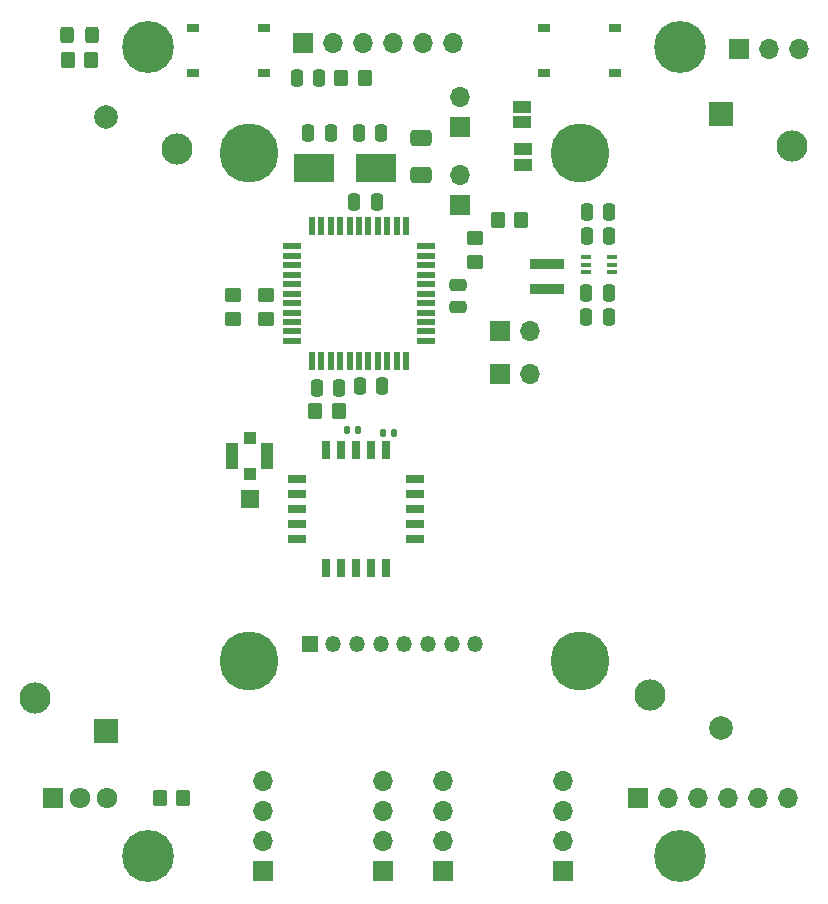
<source format=gbr>
%TF.GenerationSoftware,KiCad,Pcbnew,6.0.11-2627ca5db0~126~ubuntu22.04.1*%
%TF.CreationDate,2023-09-13T16:44:58+02:00*%
%TF.ProjectId,HB-UNI-SEN-BATT_ATMega1284P_E07-900MM10S_FUEL4EP,48422d55-4e49-42d5-9345-4e2d42415454,1.4*%
%TF.SameCoordinates,Original*%
%TF.FileFunction,Soldermask,Top*%
%TF.FilePolarity,Negative*%
%FSLAX46Y46*%
G04 Gerber Fmt 4.6, Leading zero omitted, Abs format (unit mm)*
G04 Created by KiCad (PCBNEW 6.0.11-2627ca5db0~126~ubuntu22.04.1) date 2023-09-13 16:44:58*
%MOMM*%
%LPD*%
G01*
G04 APERTURE LIST*
G04 Aperture macros list*
%AMRoundRect*
0 Rectangle with rounded corners*
0 $1 Rounding radius*
0 $2 $3 $4 $5 $6 $7 $8 $9 X,Y pos of 4 corners*
0 Add a 4 corners polygon primitive as box body*
4,1,4,$2,$3,$4,$5,$6,$7,$8,$9,$2,$3,0*
0 Add four circle primitives for the rounded corners*
1,1,$1+$1,$2,$3*
1,1,$1+$1,$4,$5*
1,1,$1+$1,$6,$7*
1,1,$1+$1,$8,$9*
0 Add four rect primitives between the rounded corners*
20,1,$1+$1,$2,$3,$4,$5,0*
20,1,$1+$1,$4,$5,$6,$7,0*
20,1,$1+$1,$6,$7,$8,$9,0*
20,1,$1+$1,$8,$9,$2,$3,0*%
G04 Aperture macros list end*
%ADD10RoundRect,0.250000X-0.325000X-0.450000X0.325000X-0.450000X0.325000X0.450000X-0.325000X0.450000X0*%
%ADD11R,1.700000X1.700000*%
%ADD12O,1.700000X1.700000*%
%ADD13RoundRect,0.140000X-0.140000X-0.170000X0.140000X-0.170000X0.140000X0.170000X-0.140000X0.170000X0*%
%ADD14RoundRect,0.250000X-0.450000X0.350000X-0.450000X-0.350000X0.450000X-0.350000X0.450000X0.350000X0*%
%ADD15RoundRect,0.250000X-0.350000X-0.450000X0.350000X-0.450000X0.350000X0.450000X-0.350000X0.450000X0*%
%ADD16RoundRect,0.250000X0.350000X0.450000X-0.350000X0.450000X-0.350000X-0.450000X0.350000X-0.450000X0*%
%ADD17R,1.717500X1.800000*%
%ADD18O,1.717500X1.800000*%
%ADD19R,0.800000X1.500000*%
%ADD20R,1.500000X0.800000*%
%ADD21R,1.500000X1.000000*%
%ADD22C,0.700000*%
%ADD23C,4.400000*%
%ADD24C,2.640000*%
%ADD25R,2.000000X2.000000*%
%ADD26C,2.000000*%
%ADD27RoundRect,0.250000X0.250000X0.475000X-0.250000X0.475000X-0.250000X-0.475000X0.250000X-0.475000X0*%
%ADD28RoundRect,0.250000X-0.250000X-0.475000X0.250000X-0.475000X0.250000X0.475000X-0.250000X0.475000X0*%
%ADD29R,3.500000X2.400000*%
%ADD30RoundRect,0.250000X0.650000X-0.412500X0.650000X0.412500X-0.650000X0.412500X-0.650000X-0.412500X0*%
%ADD31R,1.000000X0.750000*%
%ADD32R,1.350000X1.350000*%
%ADD33O,1.350000X1.350000*%
%ADD34R,3.000000X0.900000*%
%ADD35R,0.900000X0.400000*%
%ADD36RoundRect,0.250000X0.450000X-0.350000X0.450000X0.350000X-0.450000X0.350000X-0.450000X-0.350000X0*%
%ADD37R,0.550000X1.500000*%
%ADD38R,1.500000X0.550000*%
%ADD39RoundRect,0.250000X0.475000X-0.250000X0.475000X0.250000X-0.475000X0.250000X-0.475000X-0.250000X0*%
%ADD40C,5.000000*%
%ADD41RoundRect,0.140000X0.140000X0.170000X-0.140000X0.170000X-0.140000X-0.170000X0.140000X-0.170000X0*%
%ADD42RoundRect,0.250000X-0.550000X-0.550000X0.550000X-0.550000X0.550000X0.550000X-0.550000X0.550000X0*%
%ADD43R,1.000000X1.000000*%
%ADD44R,1.050000X2.200000*%
G04 APERTURE END LIST*
D10*
%TO.C,D1*%
X8138500Y72799500D03*
X10188500Y72799500D03*
%TD*%
D11*
%TO.C,J7*%
X34890000Y1997000D03*
D12*
X34890000Y4537000D03*
X34890000Y7077000D03*
X34890000Y9617000D03*
%TD*%
D11*
%TO.C,J3*%
X44796000Y44097500D03*
D12*
X47336000Y44097500D03*
%TD*%
D11*
%TO.C,J4*%
X44796000Y47780500D03*
D12*
X47336000Y47780500D03*
%TD*%
D11*
%TO.C,J5*%
X56480000Y8220000D03*
D12*
X59020000Y8220000D03*
X61560000Y8220000D03*
X64100000Y8220000D03*
X66640000Y8220000D03*
X69180000Y8220000D03*
%TD*%
D13*
%TO.C,C1*%
X31778000Y39370000D03*
X32738000Y39370000D03*
%TD*%
D14*
%TO.C,R4*%
X22190000Y50749000D03*
X22190000Y48749000D03*
%TD*%
%TO.C,R5*%
X24984000Y50765000D03*
X24984000Y48765000D03*
%TD*%
D15*
%TO.C,R1*%
X8172500Y70704000D03*
X10172500Y70704000D03*
%TD*%
D16*
%TO.C,R3*%
X17941600Y8181900D03*
X15941600Y8181900D03*
%TD*%
D17*
%TO.C,Q1*%
X6950000Y8220000D03*
D18*
X9240000Y8220000D03*
X11530000Y8220000D03*
%TD*%
D11*
%TO.C,J10*%
X64989000Y71656500D03*
D12*
X67529000Y71656500D03*
X70069000Y71656500D03*
%TD*%
D19*
%TO.C,Module1*%
X35102800Y27689800D03*
D20*
X27562800Y35229800D03*
D19*
X35102800Y37689800D03*
D20*
X37562800Y35229800D03*
D19*
X33832800Y27689800D03*
D20*
X27562800Y33959800D03*
D19*
X33832800Y37689800D03*
D20*
X37562800Y33959800D03*
D19*
X32562800Y27689800D03*
D20*
X27562800Y32689800D03*
D19*
X32562800Y37689800D03*
D20*
X37562800Y32689800D03*
D19*
X31292800Y27689800D03*
D20*
X27562800Y31419800D03*
D19*
X31292800Y37689800D03*
D20*
X37562800Y31419800D03*
D19*
X30022800Y27689800D03*
D20*
X27562800Y30149800D03*
D19*
X30022800Y37689800D03*
D20*
X37562800Y30149800D03*
%TD*%
D21*
%TO.C,JP2*%
X46637500Y66718500D03*
X46637500Y65418500D03*
%TD*%
D11*
%TO.C,J8*%
X39970000Y1997000D03*
D12*
X39970000Y4537000D03*
X39970000Y7077000D03*
X39970000Y9617000D03*
%TD*%
D22*
%TO.C,H2*%
X61272800Y70477200D03*
X58727200Y70477200D03*
X60000000Y69950000D03*
X58200000Y71750000D03*
X61800000Y71750000D03*
X60000000Y73550000D03*
X58727200Y73022800D03*
X61272800Y73022800D03*
D23*
X60000000Y71750000D03*
%TD*%
D22*
%TO.C,H4*%
X60000000Y1450000D03*
X58727200Y4522800D03*
X61272800Y1977200D03*
X61800000Y3250000D03*
D23*
X60000000Y3250000D03*
D22*
X58727200Y1977200D03*
X60000000Y5050000D03*
X58200000Y3250000D03*
X61272800Y4522800D03*
%TD*%
%TO.C,H1*%
X13727200Y70477200D03*
D23*
X15000000Y71750000D03*
D22*
X16272800Y73022800D03*
X13200000Y71750000D03*
X15000000Y73550000D03*
X16800000Y71750000D03*
X16272800Y70477200D03*
X15000000Y69950000D03*
X13727200Y73022800D03*
%TD*%
D23*
%TO.C,H3*%
X15000000Y3250000D03*
D22*
X13200000Y3250000D03*
X13727200Y1977200D03*
X16272800Y4522800D03*
X16800000Y3250000D03*
X15000000Y1450000D03*
X16272800Y1977200D03*
X15000000Y5050000D03*
X13727200Y4522800D03*
%TD*%
D24*
%TO.C,BT2*%
X17415000Y63130000D03*
X5425000Y16650000D03*
D25*
X11420000Y13900000D03*
D26*
X11420000Y65890000D03*
%TD*%
D27*
%TO.C,C2*%
X31168900Y42950000D03*
X29268900Y42950000D03*
%TD*%
%TO.C,C4*%
X34316000Y58639000D03*
X32416000Y58639000D03*
%TD*%
D28*
%TO.C,C6*%
X28542500Y64481000D03*
X30442500Y64481000D03*
%TD*%
D27*
%TO.C,C8*%
X34801100Y43106900D03*
X32901100Y43106900D03*
%TD*%
D11*
%TO.C,J12*%
X28070100Y72139100D03*
D12*
X30610100Y72139100D03*
X33150100Y72139100D03*
X35690100Y72139100D03*
X38230100Y72139100D03*
X40770100Y72139100D03*
%TD*%
D16*
%TO.C,R2*%
X33315200Y69129200D03*
X31315200Y69129200D03*
%TD*%
%TO.C,R6*%
X31143500Y41000000D03*
X29143500Y41000000D03*
%TD*%
D29*
%TO.C,Y1*%
X29051500Y61560000D03*
X34251500Y61560000D03*
%TD*%
D30*
%TO.C,C5*%
X38065000Y60962300D03*
X38065000Y64087300D03*
%TD*%
D31*
%TO.C,SW2*%
X48500000Y73375000D03*
X54500000Y73375000D03*
X48500000Y69625000D03*
X54500000Y69625000D03*
%TD*%
%TO.C,SW1*%
X24800000Y69625000D03*
X18800000Y69625000D03*
X24800000Y73375000D03*
X18800000Y73375000D03*
%TD*%
D24*
%TO.C,BT1*%
X57495000Y16910000D03*
X69485000Y63390000D03*
D25*
X63490000Y66140000D03*
D26*
X63490000Y14150000D03*
%TD*%
D32*
%TO.C,J11*%
X28667000Y21250000D03*
D33*
X30667000Y21250000D03*
X32667000Y21250000D03*
X34667000Y21250000D03*
X36667000Y21250000D03*
X38667000Y21250000D03*
X40667000Y21250000D03*
X42667000Y21250000D03*
%TD*%
D28*
%TO.C,C11*%
X52080680Y48946360D03*
X53980680Y48946360D03*
%TD*%
%TO.C,C12*%
X52101000Y55789120D03*
X54001000Y55789120D03*
%TD*%
%TO.C,C13*%
X52101000Y57795720D03*
X54001000Y57795720D03*
%TD*%
D21*
%TO.C,JP3*%
X46688300Y61811700D03*
X46688300Y63111700D03*
%TD*%
D34*
%TO.C,L1*%
X48733000Y51316000D03*
X48733000Y53416000D03*
%TD*%
D35*
%TO.C,U2*%
X54214500Y52718500D03*
X54214500Y53368500D03*
X54214500Y54018500D03*
X52014500Y54018500D03*
X52014500Y53368500D03*
X52014500Y52718500D03*
%TD*%
D16*
%TO.C,R8*%
X46558000Y57115000D03*
X44558000Y57115000D03*
%TD*%
D36*
%TO.C,R7*%
X42616680Y53615640D03*
X42616680Y55615640D03*
%TD*%
D11*
%TO.C,J1*%
X41400000Y64989000D03*
D12*
X41400000Y67529000D03*
%TD*%
D11*
%TO.C,J6*%
X24730000Y2000000D03*
D12*
X24730000Y4540000D03*
X24730000Y7080000D03*
X24730000Y9620000D03*
%TD*%
D28*
%TO.C,C10*%
X52080680Y50942800D03*
X53980680Y50942800D03*
%TD*%
D27*
%TO.C,C9*%
X29474800Y69129200D03*
X27574800Y69129200D03*
%TD*%
%TO.C,C7*%
X34697000Y64481000D03*
X32797000Y64481000D03*
%TD*%
D37*
%TO.C,U1*%
X36832600Y56604700D03*
X36032600Y56604700D03*
X35232600Y56604700D03*
X34432600Y56604700D03*
X33632600Y56604700D03*
X32832600Y56604700D03*
X32032600Y56604700D03*
X31232600Y56604700D03*
X30432600Y56604700D03*
X29632600Y56604700D03*
X28832600Y56604700D03*
D38*
X27132600Y54904700D03*
X27132600Y54104700D03*
X27132600Y53304700D03*
X27132600Y52504700D03*
X27132600Y51704700D03*
X27132600Y50904700D03*
X27132600Y50104700D03*
X27132600Y49304700D03*
X27132600Y48504700D03*
X27132600Y47704700D03*
X27132600Y46904700D03*
D37*
X28832600Y45204700D03*
X29632600Y45204700D03*
X30432600Y45204700D03*
X31232600Y45204700D03*
X32032600Y45204700D03*
X32832600Y45204700D03*
X33632600Y45204700D03*
X34432600Y45204700D03*
X35232600Y45204700D03*
X36032600Y45204700D03*
X36832600Y45204700D03*
D38*
X38532600Y46904700D03*
X38532600Y47704700D03*
X38532600Y48504700D03*
X38532600Y49304700D03*
X38532600Y50104700D03*
X38532600Y50904700D03*
X38532600Y51704700D03*
X38532600Y52504700D03*
X38532600Y53304700D03*
X38532600Y54104700D03*
X38532600Y54904700D03*
%TD*%
D39*
%TO.C,C3*%
X41176500Y49751500D03*
X41176500Y51651500D03*
%TD*%
D11*
%TO.C,J2*%
X41400000Y58385000D03*
D12*
X41400000Y60925000D03*
%TD*%
D11*
%TO.C,J9*%
X50130000Y2000000D03*
D12*
X50130000Y4540000D03*
X50130000Y7080000D03*
X50130000Y9620000D03*
%TD*%
D40*
%TO.C,H5*%
X23510800Y62800000D03*
%TD*%
%TO.C,H6*%
X23510800Y19800000D03*
%TD*%
%TO.C,H7*%
X51510800Y62800000D03*
%TD*%
%TO.C,H8*%
X51510800Y19800000D03*
%TD*%
D41*
%TO.C,C14*%
X35786000Y39116000D03*
X34826000Y39116000D03*
%TD*%
D42*
%TO.C,AE1*%
X23622000Y33477200D03*
%TD*%
D43*
%TO.C,J13*%
X23569600Y35660200D03*
D44*
X25044600Y37160200D03*
D43*
X23569600Y38660200D03*
D44*
X22094600Y37160200D03*
%TD*%
M02*

</source>
